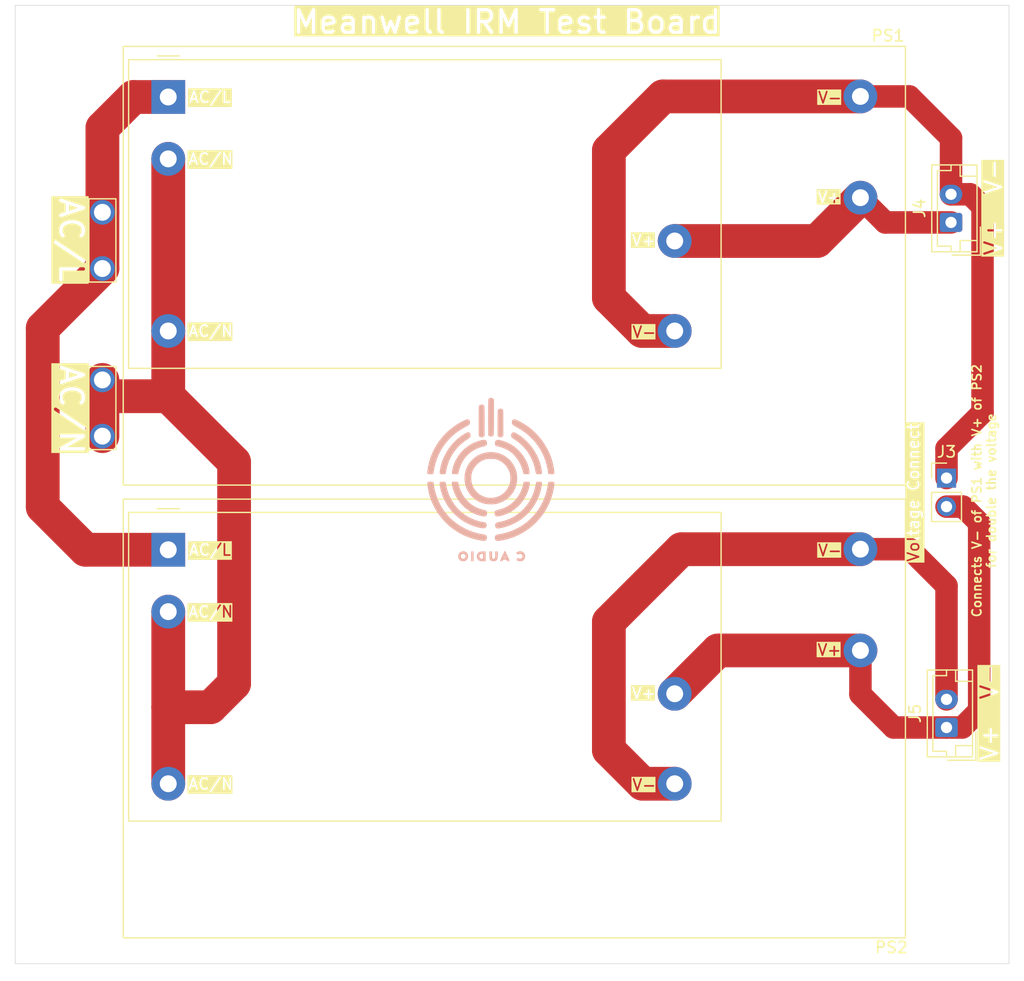
<source format=kicad_pcb>
(kicad_pcb (version 20241229) (generator "pcbnew") (generator_version "9.0")
  (layers (0 "F.Cu" signal) (2 "B.Cu" signal) (13 "F.Paste" user) (15 "B.Paste" user) (5 "F.SilkS" user "F.Silkscreen") (7 "B.SilkS" user "B.Silkscreen") (1 "F.Mask" user) (3 "B.Mask" user) (25 "Edge.Cuts" user))
  (net 0 "")
  (net 1 "Net-(J1-Pin_1)")
  (net 2 "Net-(J2-Pin_1)")
  (net 3 "Net-(J3-Pin_2)")
  (net 4 "Net-(J3-Pin_1)")
  (net 5 "Net-(J4-Pin_1)")
  (net 6 "Net-(J5-Pin_2)")
  (footprint "_lib:IRM Kombi" (layer "F.Cu") (at 135.65 64.6)
    (property "Reference" "PS1" (at 41.45 -16 0) (layer "F.SilkS"))
    (property "Value" "IRM-20-15")
    (fp_line (start -26.02 -13.87) (end -26.02 13.57) (stroke (width 0.12)) (layer "F.SilkS"))
    (fp_line (start -26.02 -13.87) (end 26.62 -13.87) (stroke (width 0.12)) (layer "F.SilkS"))
    (fp_line (start -26.02 13.57) (end 26.62 13.57) (stroke (width 0.12)) (layer "F.SilkS"))
    (fp_line (start -21.5 -14.2) (end -23.5 -14.2) (stroke (width 0.12)) (layer "F.SilkS"))
    (fp_line (start 26.62 -13.87) (end 26.62 13.57) (stroke (width 0.12)) (layer "F.SilkS"))
    (fp_rect (start -26.5 -15.05) (end 43 23.95) (stroke (width 0.12)) (fill no) (layer "F.SilkS"))
    (fp_text user "V+" (at 18.6 2.8 0) (layer "F.SilkS" knockout) (effects (justify left bottom)))
    (fp_text user "AC/N" (at -20.8 10.85 0) (layer "F.SilkS" knockout) (effects (justify left bottom)))
    (fp_text user "V-" (at 18.65 10.95 0) (layer "F.SilkS" knockout) (effects (justify left bottom)))
    (fp_text user "V+" (at 35.1 -1.05 0) (layer "F.SilkS" knockout) (effects (justify left bottom)))
    (fp_text user "AC/L" (at -20.75 -9.95 0) (layer "F.SilkS" knockout) (effects (justify left bottom)))
    (fp_text user "AC/N" (at -20.8 -4.45 0) (layer "F.SilkS" knockout) (effects (justify left bottom)))
    (fp_text user "V-" (at 35.15 -9.9 0) (layer "F.SilkS" knockout) (effects (justify left bottom)))
    (pad "1" thru_hole rect (at -22.5 -10.55) (size 3 3) (drill 1.5) (layers "*.Cu" "*.Mask") (net 1 "Net-(J1-Pin_1)"))
    (pad "2" thru_hole circle (at -22.5 -5.05) (size 3 3) (drill 1.5) (layers "*.Cu" "*.Mask") (net 2 "Net-(J2-Pin_1)"))
    (pad "2" thru_hole circle (at -22.5 10.25) (size 3 3) (drill 1.5) (layers "*.Cu" "*.Mask") (net 2 "Net-(J2-Pin_1)"))
    (pad "3" thru_hole circle (at 22.5 10.25) (size 3 3) (drill 1.5) (layers "*.Cu" "*.Mask") (net 4 "Net-(J3-Pin_1)"))
    (pad "3" thru_hole circle (at 39 -10.6) (size 3 3) (drill 1.5) (layers "*.Cu" "*.Mask") (net 4 "Net-(J3-Pin_1)"))
    (pad "4" thru_hole circle (at 22.5 2.25) (size 3 3) (drill 1.5) (layers "*.Cu" "*.Mask") (net 5 "Net-(J4-Pin_1)"))
    (pad "4" thru_hole circle (at 39 -1.6) (size 3 3) (drill 1.5) (layers "*.Cu" "*.Mask") (net 5 "Net-(J4-Pin_1)"))
  )
  (footprint "_lib:VT FS-P 4,75" (layer "F.Cu") (at 107.3 67 90)
    (property "Reference" "J1" (hide yes))
    (property "Value" "AC/L")
    (fp_rect (start -3.5 -1.2) (end 3.9 1.2) (stroke (width 0.12)) (fill no) (layer "F.SilkS"))
    (pad "1" thru_hole circle (at -2.3 0 90) (size 2.2 2.2) (drill 1.5) (layers "*.Cu" "*.Mask") (net 1 "Net-(J1-Pin_1)"))
    (pad "1" thru_hole circle (at 2.7 0 90) (size 2.2 2.2) (drill 1.5) (layers "*.Cu" "*.Mask") (net 1 "Net-(J1-Pin_1)"))
  )
  (footprint "Connector_PinHeader_2.54mm:PinHeader_1x02_P2.54mm_Vertical" (layer "F.Cu") (at 182.3 87.925)
    (property "Reference" "J3" (at 0 -2.33 0) (layer "F.SilkS"))
    (property "Value" "V-Combine")
    (fp_line (start -1.33 -1.33) (end 0 -1.33) (stroke (width 0.12)) (layer "F.SilkS"))
    (fp_line (start -1.33 0) (end -1.33 -1.33) (stroke (width 0.12)) (layer "F.SilkS"))
    (fp_line (start -1.33 1.27) (end -1.33 3.87) (stroke (width 0.12)) (layer "F.SilkS"))
    (fp_line (start -1.33 1.27) (end 1.33 1.27) (stroke (width 0.12)) (layer "F.SilkS"))
    (fp_line (start -1.33 3.87) (end 1.33 3.87) (stroke (width 0.12)) (layer "F.SilkS"))
    (fp_line (start 1.33 1.27) (end 1.33 3.87) (stroke (width 0.12)) (layer "F.SilkS"))
    (pad "1" thru_hole rect (at 0 0) (size 1.7 1.7) (drill 1) (layers "*.Cu" "*.Mask") (net 4 "Net-(J3-Pin_1)"))
    (pad "2" thru_hole oval (at 0 2.54) (size 1.7 1.7) (drill 1) (layers "*.Cu" "*.Mask") (net 3 "Net-(J3-Pin_2)"))
  )
  (footprint "_lib:IRM Kombi" (layer "F.Cu") (at 135.65 104.85)
    (property "Reference" "PS2" (at 41.75 24.8 0) (layer "F.SilkS"))
    (property "Value" "IRM-20-15")
    (fp_line (start -26.02 -13.87) (end -26.02 13.57) (stroke (width 0.12)) (layer "F.SilkS"))
    (fp_line (start -26.02 -13.87) (end 26.62 -13.87) (stroke (width 0.12)) (layer "F.SilkS"))
    (fp_line (start -26.02 13.57) (end 26.62 13.57) (stroke (width 0.12)) (layer "F.SilkS"))
    (fp_line (start -21.5 -14.2) (end -23.5 -14.2) (stroke (width 0.12)) (layer "F.SilkS"))
    (fp_line (start 26.62 -13.87) (end 26.62 13.57) (stroke (width 0.12)) (layer "F.SilkS"))
    (fp_rect (start -26.5 -15.05) (end 43 23.95) (stroke (width 0.12)) (fill no) (layer "F.SilkS"))
    (fp_text user "V-" (at 35.15 -9.9 0) (layer "F.SilkS" knockout) (effects (justify left bottom)))
    (fp_text user "V-" (at 18.65 10.95 0) (layer "F.SilkS" knockout) (effects (justify left bottom)))
    (fp_text user "V+" (at 18.6 2.8 0) (layer "F.SilkS" knockout) (effects (justify left bottom)))
    (fp_text user "V+" (at 35.1 -1.05 0) (layer "F.SilkS" knockout) (effects (justify left bottom)))
    (fp_text user "AC/N" (at -20.8 -4.45 0) (layer "F.SilkS" knockout) (effects (justify left bottom)))
    (fp_text user "AC/N" (at -20.8 10.85 0) (layer "F.SilkS" knockout) (effects (justify left bottom)))
    (fp_text user "AC/L" (at -20.75 -9.95 0) (layer "F.SilkS" knockout) (effects (justify left bottom)))
    (pad "1" thru_hole rect (at -22.5 -10.55) (size 3 3) (drill 1.5) (layers "*.Cu" "*.Mask") (net 1 "Net-(J1-Pin_1)"))
    (pad "2" thru_hole circle (at -22.5 -5.05) (size 3 3) (drill 1.5) (layers "*.Cu" "*.Mask") (net 2 "Net-(J2-Pin_1)"))
    (pad "2" thru_hole circle (at -22.5 10.25) (size 3 3) (drill 1.5) (layers "*.Cu" "*.Mask") (net 2 "Net-(J2-Pin_1)"))
    (pad "3" thru_hole circle (at 22.5 10.25) (size 3 3) (drill 1.5) (layers "*.Cu" "*.Mask") (net 6 "Net-(J5-Pin_2)"))
    (pad "3" thru_hole circle (at 39 -10.6) (size 3 3) (drill 1.5) (layers "*.Cu" "*.Mask") (net 6 "Net-(J5-Pin_2)"))
    (pad "4" thru_hole circle (at 22.5 2.25) (size 3 3) (drill 1.5) (layers "*.Cu" "*.Mask") (net 3 "Net-(J3-Pin_2)"))
    (pad "4" thru_hole circle (at 39 -1.6) (size 3 3) (drill 1.5) (layers "*.Cu" "*.Mask") (net 3 "Net-(J3-Pin_2)"))
  )
  (footprint "MountingHole:MountingHole_3.5mm" (layer "F.Cu") (at 184.05 49.7)
    (property "Reference" "H2" (hide yes))
    (property "Value" "MountingHole")
    (pad "" np_thru_hole circle (at 0 0) (size 3.5 3.5) (drill 3.5) (layers "*.Cu" "*.Mask"))
  )
  (footprint "MountingHole:MountingHole_3.5mm" (layer "F.Cu") (at 103.35 127.3)
    (property "Reference" "H4" (hide yes))
    (property "Value" "MountingHole")
    (pad "" np_thru_hole circle (at 0 0) (size 3.5 3.5) (drill 3.5) (layers "*.Cu" "*.Mask"))
  )
  (footprint "Connector_JST:JST_EH_B2B-EH-A_1x02_P2.50mm_Vertical" (layer "F.Cu") (at 182.3 110.1 90)
    (property "Reference" "J5" (at 1.25 -2.8 270) (layer "F.SilkS"))
    (property "Value" "V2")
    (fp_line (start 5.11 -1.71) (end -2.61 -1.71) (stroke (width 0.12)) (layer "F.SilkS"))
    (fp_line (start -2.61 -1.71) (end -2.61 2.31) (stroke (width 0.12)) (layer "F.SilkS"))
    (fp_line (start 4.61 -1.21) (end 4.61 0) (stroke (width 0.12)) (layer "F.SilkS"))
    (fp_line (start -2.11 -1.21) (end 4.61 -1.21) (stroke (width 0.12)) (layer "F.SilkS"))
    (fp_line (start 4.61 0) (end 5.11 0) (stroke (width 0.12)) (layer "F.SilkS"))
    (fp_line (start -2.11 0) (end -2.11 -1.21) (stroke (width 0.12)) (layer "F.SilkS"))
    (fp_line (start -2.61 0) (end -2.11 0) (stroke (width 0.12)) (layer "F.SilkS"))
    (fp_line (start -2.91 0.11) (end -2.91 2.61) (stroke (width 0.12)) (layer "F.SilkS"))
    (fp_line (start 5.11 0.81) (end 4.11 0.81) (stroke (width 0.12)) (layer "F.SilkS"))
    (fp_line (start 4.11 0.81) (end 4.11 2.31) (stroke (width 0.12)) (layer "F.SilkS"))
    (fp_line (start -1.61 0.81) (end -1.61 2.31) (stroke (width 0.12)) (layer "F.SilkS"))
    (fp_line (start -2.61 0.81) (end -1.61 0.81) (stroke (width 0.12)) (layer "F.SilkS"))
    (fp_line (start 5.11 2.31) (end 5.11 -1.71) (stroke (width 0.12)) (layer "F.SilkS"))
    (fp_line (start -2.61 2.31) (end 5.11 2.31) (stroke (width 0.12)) (layer "F.SilkS"))
    (fp_line (start -2.91 2.61) (end -0.41 2.61) (stroke (width 0.12)) (layer "F.SilkS"))
    (pad "1" thru_hole roundrect (at 0 0 90) (size 1.7 2) (drill 1) (layers "*.Cu" "*.Mask") (roundrect_rratio 0.147059) (net 3 "Net-(J3-Pin_2)"))
    (pad "2" thru_hole oval (at 2.5 0 90) (size 1.7 2) (drill 1) (layers "*.Cu" "*.Mask") (net 6 "Net-(J5-Pin_2)"))
  )
  (footprint "Connector_JST:JST_EH_B2B-EH-A_1x02_P2.50mm_Vertical" (layer "F.Cu") (at 182.7 65.2 90)
    (property "Reference" "J4" (at 1.25 -2.8 270) (layer "F.SilkS"))
    (property "Value" "V1")
    (fp_line (start 5.11 -1.71) (end -2.61 -1.71) (stroke (width 0.12)) (layer "F.SilkS"))
    (fp_line (start -2.61 -1.71) (end -2.61 2.31) (stroke (width 0.12)) (layer "F.SilkS"))
    (fp_line (start 4.61 -1.21) (end 4.61 0) (stroke (width 0.12)) (layer "F.SilkS"))
    (fp_line (start -2.11 -1.21) (end 4.61 -1.21) (stroke (width 0.12)) (layer "F.SilkS"))
    (fp_line (start 4.61 0) (end 5.11 0) (stroke (width 0.12)) (layer "F.SilkS"))
    (fp_line (start -2.11 0) (end -2.11 -1.21) (stroke (width 0.12)) (layer "F.SilkS"))
    (fp_line (start -2.61 0) (end -2.11 0) (stroke (width 0.12)) (layer "F.SilkS"))
    (fp_line (start -2.91 0.11) (end -2.91 2.61) (stroke (width 0.12)) (layer "F.SilkS"))
    (fp_line (start 5.11 0.81) (end 4.11 0.81) (stroke (width 0.12)) (layer "F.SilkS"))
    (fp_line (start 4.11 0.81) (end 4.11 2.31) (stroke (width 0.12)) (layer "F.SilkS"))
    (fp_line (start -1.61 0.81) (end -1.61 2.31) (stroke (width 0.12)) (layer "F.SilkS"))
    (fp_line (start -2.61 0.81) (end -1.61 0.81) (stroke (width 0.12)) (layer "F.SilkS"))
    (fp_line (start 5.11 2.31) (end 5.11 -1.71) (stroke (width 0.12)) (layer "F.SilkS"))
    (fp_line (start -2.61 2.31) (end 5.11 2.31) (stroke (width 0.12)) (layer "F.SilkS"))
    (fp_line (start -2.91 2.61) (end -0.41 2.61) (stroke (width 0.12)) (layer "F.SilkS"))
    (pad "1" thru_hole roundrect (at 0 0 90) (size 1.7 2) (drill 1) (layers "*.Cu" "*.Mask") (roundrect_rratio 0.147059) (net 5 "Net-(J4-Pin_1)"))
    (pad "2" thru_hole oval (at 2.5 0 90) (size 1.7 2) (drill 1) (layers "*.Cu" "*.Mask") (net 4 "Net-(J3-Pin_1)"))
  )
  (footprint "MountingHole:MountingHole_3.5mm" (layer "F.Cu") (at 103.35 49.7)
    (property "Reference" "H1" (hide yes))
    (property "Value" "MountingHole")
    (pad "" np_thru_hole circle (at 0 0) (size 3.5 3.5) (drill 3.5) (layers "*.Cu" "*.Mask"))
  )
  (footprint "_lib:VT FS-P 4,75" (layer "F.Cu") (at 107.3 81.9 90)
    (property "Reference" "J2" (hide yes))
    (property "Value" "AC/N")
    (fp_rect (start -3.5 -1.2) (end 3.9 1.2) (stroke (width 0.12)) (fill no) (layer "F.SilkS"))
    (pad "1" thru_hole circle (at -2.3 0 90) (size 2.2 2.2) (drill 1.5) (layers "*.Cu" "*.Mask") (net 2 "Net-(J2-Pin_1)"))
    (pad "1" thru_hole circle (at 2.7 0 90) (size 2.2 2.2) (drill 1.5) (layers "*.Cu" "*.Mask") (net 2 "Net-(J2-Pin_1)"))
  )
  (footprint "MountingHole:MountingHole_3.5mm" (layer "F.Cu") (at 184.05 127.3)
    (property "Reference" "H3" (hide yes))
    (property "Value" "MountingHole")
    (pad "" np_thru_hole circle (at 0 0) (size 3.5 3.5) (drill 3.5) (layers "*.Cu" "*.Mask"))
  )
  (footprint "Custom Logos:C Audio Logo 25mm" (layer "B.Cu") (at 141.75 87.95 180)
    (property "Reference" "G***" (hide yes))
    (property "Value" "LOGO" (hide yes))
    (fp_poly (pts (xy 1.685192 -6.936154) (xy 1.685192 -7.375769) (xy 1.575288 -7.375769) (xy 1.465385 -7.375769) (xy 1.465385 -6.936154) (xy 1.465385 -6.496538) (xy 1.575288 -6.496538) (xy 1.685192 -6.496538)) (fill yes) (layer "B.SilkS"))
    (fp_poly (pts (xy 0.661414 -6.500688) (xy 0.778895 -6.505247) (xy 0.859702 -6.512016) (xy 0.916003 -6.523724) (xy 0.959968 -6.543099) (xy 1.003766 -6.572869) (xy 1.012345 -6.57937) (xy 1.108366 -6.679446) (xy 1.167324 -6.798149) (xy 1.189769 -6.92598) (xy 1.176252 -7.053442) (xy 1.127321 -7.171039) (xy 1.043526 -7.269271) (xy 0.969555 -7.318798) (xy 0.887209 -7.345094) (xy 0.757099 -7.3632) (xy 0.642829 -7.370743) (xy 0.394216 -7.382019) (xy 0.398598 -6.937323) (xy 0.400776 -6.716346) (xy 0.635 -6.716346) (xy 0.635 -6.936154) (xy 0.635 -7.155961) (xy 0.710607 -7.155961) (xy 0.787351 -7.142991) (xy 0.856448 -7.114473) (xy 0.929548 -7.046506) (xy 0.960141 -6.958717) (xy 0.945446 -6.859708) (xy 0.941812 -6.850554) (xy 0.890927 -6.770519) (xy 0.81622 -6.727666) (xy 0.722086 -6.716346) (xy 0.635 -6.716346) (xy 0.400776 -6.716346) (xy 0.402981 -6.492626)) (fill yes) (layer "B.SilkS"))
    (fp_poly (pts (xy -0.8459 6.190675) (xy -0.785081 6.168659) (xy -0.756737 6.153035) (xy -0.733011 6.135205) (xy -0.713493 6.110967) (xy -0.697772 6.076115) (xy -0.685438 6.026448) (xy -0.676079 5.957762) (xy -0.669285 5.865854) (xy -0.664646 5.746519) (xy -0.661751 5.595555) (xy -0.66019 5.408759) (xy -0.659551 5.181927) (xy -0.659424 4.910855) (xy -0.659423 4.882356) (xy -0.659423 3.758934) (xy -0.719371 3.698986) (xy -0.769603 3.660404) (xy -0.831366 3.642637) (xy -0.904423 3.639039) (xy -0.987695 3.64393) (xy -1.044726 3.663954) (xy -1.097601 3.707134) (xy -1.100917 3.710429) (xy -1.172308 3.78182) (xy -1.172308 4.917374) (xy -1.17199 5.149339) (xy -1.171079 5.367058) (xy -1.16964 5.565511) (xy -1.167738 5.739677) (xy -1.165437 5.884537) (xy -1.162803 5.995069) (xy -1.1599 6.066254) (xy -1.157137 6.092464) (xy -1.112273 6.147179) (xy -1.035649 6.183792) (xy -0.94196 6.199294)) (fill yes) (layer "B.SilkS"))
    (fp_poly (pts (xy 0.848325 6.546866) (xy 0.940803 6.494287) (xy 0.951187 6.48455) (xy 1.013558 6.4222) (xy 1.020978 5.171052) (xy 1.022133 4.925697) (xy 1.022651 4.693081) (xy 1.022563 4.47818) (xy 1.021895 4.28597) (xy 1.020677 4.121428) (xy 1.018938 3.98953) (xy 1.016707 3.895252) (xy 1.014012 3.843571) (xy 1.013253 3.8378) (xy 0.97485 3.736299) (xy 0.903549 3.670794) (xy 0.799046 3.641048) (xy 0.756347 3.639039) (xy 0.673074 3.64393) (xy 0.616043 3.663954) (xy 0.563168 3.707134) (xy 0.559852 3.710429) (xy 0.488461 3.78182) (xy 0.488461 5.079334) (xy 0.488492 5.376382) (xy 0.488842 5.628458) (xy 0.489896 5.839433) (xy 0.492039 6.013182) (xy 0.495657 6.153578) (xy 0.501134 6.264493) (xy 0.508857 6.349802) (xy 0.51921 6.413377) (xy 0.532578 6.459091) (xy 0.549347 6.490817) (xy 0.569902 6.512429) (xy 0.594628 6.527801) (xy 0.623911 6.540804) (xy 0.634252 6.545075) (xy 0.739635 6.565037)) (fill yes) (layer "B.SilkS"))
    (fp_poly (pts (xy 0.069009 -6.832356) (xy 0.063275 -6.989409) (xy 0.052617 -7.105894) (xy 0.034064 -7.190047) (xy 0.004641 -7.250109) (xy -0.038624 -7.294316) (xy -0.098704 -7.330908) (xy -0.113595 -7.338327) (xy -0.195147 -7.362379) (xy -0.299081 -7.373052) (xy -0.402005 -7.369434) (xy -0.47625 -7.352469) (xy -0.548681 -7.303264) (xy -0.615955 -7.225747) (xy -0.657796 -7.148266) (xy -0.668131 -7.096931) (xy -0.676525 -7.009438) (xy -0.682063 -6.898463) (xy -0.683846 -6.788025) (xy -0.683846 -6.496538) (xy -0.567837 -6.496651) (xy -0.451827 -6.496763) (xy -0.451827 -6.774953) (xy -0.450772 -6.899515) (xy -0.446672 -6.985181) (xy -0.438128 -7.041871) (xy -0.423738 -7.079507) (xy -0.405301 -7.104552) (xy -0.339456 -7.147712) (xy -0.266838 -7.150419) (xy -0.209341 -7.117582) (xy -0.19219 -7.090481) (xy -0.180786 -7.044247) (xy -0.174144 -6.970433) (xy -0.171283 -6.860589) (xy -0.170962 -6.787871) (xy -0.170962 -6.496538) (xy -0.047 -6.496538) (xy 0.076961 -6.496538)) (fill yes) (layer "B.SilkS"))
    (fp_poly (pts (xy 0.024191 7.141883) (xy 0.111209 7.100056) (xy 0.147997 7.055545) (xy 0.154381 7.030856) (xy 0.15994 6.980842) (xy 0.164692 6.903436) (xy 0.168659 6.796572) (xy 0.171862 6.658183) (xy 0.174321 6.486203) (xy 0.176056 6.278564) (xy 0.177089 6.033201) (xy 0.177439 5.748048) (xy 0.177128 5.421036) (xy 0.176176 5.050101) (xy 0.174603 4.633175) (xy 0.173847 4.462207) (xy 0.170961 3.832203) (xy 0.111014 3.772255) (xy 0.037914 3.729106) (xy -0.057832 3.710405) (xy -0.156028 3.717135) (xy -0.23648 3.750277) (xy -0.242731 3.755048) (xy -0.282582 3.806591) (xy -0.313888 3.879522) (xy -0.318123 3.895481) (xy -0.322213 3.937223) (xy -0.326074 4.023399) (xy -0.329642 4.149596) (xy -0.332855 4.311403) (xy -0.335647 4.504406) (xy -0.337955 4.724193) (xy -0.339715 4.966352) (xy -0.340865 5.226471) (xy -0.341339 5.500138) (xy -0.341341 5.503177) (xy -0.341923 7.013181) (xy -0.270533 7.084571) (xy -0.203085 7.136575) (xy -0.127644 7.155175) (xy -0.101161 7.155962)) (fill yes) (layer "B.SilkS"))
    (fp_poly (pts (xy -0.611075 3.427224) (xy -0.567446 3.414243) (xy -0.490069 3.351596) (xy -0.440041 3.254375) (xy -0.42085 3.130628) (xy -0.422291 3.079356) (xy -0.441187 2.974395) (xy -0.484802 2.905331) (xy -0.561522 2.863167) (xy -0.641175 2.844546) (xy -0.874923 2.790498) (xy -1.125163 2.70578) (xy -1.376524 2.596748) (xy -1.613638 2.469757) (xy -1.737198 2.391316) (xy -1.987793 2.193594) (xy -2.219949 1.955703) (xy -2.429189 1.684279) (xy -2.611037 1.38596) (xy -2.761019 1.067384) (xy -2.874659 0.735189) (xy -2.888488 0.683846) (xy -2.967763 0.378558) (xy -3.218198 0.371595) (xy -3.468634 0.364631) (xy -3.495327 0.432652) (xy -3.508302 0.512255) (xy -3.502396 0.627569) (xy -3.479762 0.770219) (xy -3.442557 0.931833) (xy -3.392936 1.104037) (xy -3.333054 1.278459) (xy -3.265066 1.446724) (xy -3.198158 1.587078) (xy -2.984906 1.948221) (xy -2.739265 2.275713) (xy -2.46349 2.567624) (xy -2.159838 2.822021) (xy -1.830564 3.036975) (xy -1.477923 3.210554) (xy -1.173546 3.320463) (xy -0.97599 3.377049) (xy -0.818871 3.413321) (xy -0.698472 3.429854)) (fill yes) (layer "B.SilkS"))
    (fp_poly (pts (xy -2.539177 -6.492347) (xy -2.41468 -6.543911) (xy -2.392499 -6.558263) (xy -2.292961 -6.627243) (xy -2.377309 -6.711591) (xy -2.429259 -6.761002) (xy -2.462641 -6.779855) (xy -2.492607 -6.772931) (xy -2.518474 -6.756142) (xy -2.594875 -6.725362) (xy -2.689123 -6.716722) (xy -2.770925 -6.731517) (xy -2.816102 -6.769861) (xy -2.855409 -6.837652) (xy -2.879028 -6.915652) (xy -2.881923 -6.949031) (xy -2.860661 -7.020239) (xy -2.806916 -7.088124) (xy -2.73575 -7.138165) (xy -2.667288 -7.155961) (xy -2.594975 -7.140567) (xy -2.534776 -7.108248) (xy -2.474118 -7.060534) (xy -2.394409 -7.142772) (xy -2.350621 -7.196477) (xy -2.330157 -7.239225) (xy -2.331315 -7.251892) (xy -2.386482 -7.301393) (xy -2.475654 -7.339888) (xy -2.584718 -7.364788) (xy -2.699564 -7.373506) (xy -2.806082 -7.363454) (xy -2.8575 -7.348397) (xy -2.961399 -7.282392) (xy -3.042526 -7.182378) (xy -3.095514 -7.059985) (xy -3.114997 -6.926846) (xy -3.102252 -6.817994) (xy -3.071312 -6.729623) (xy -3.028791 -6.647221) (xy -3.014834 -6.62694) (xy -2.923435 -6.544831) (xy -2.805637 -6.494141) (xy -2.673524 -6.476201)) (fill yes) (layer "B.SilkS"))
    (fp_poly (pts (xy 2.577645 -6.518022) (xy 2.696961 -6.595546) (xy 2.78208 -6.698458) (xy 2.832611 -6.817982) (xy 2.848168 -6.945347) (xy 2.82836 -7.071778) (xy 2.772799 -7.188501) (xy 2.681096 -7.286743) (xy 2.61365 -7.330502) (xy 2.507417 -7.365125) (xy 2.381315 -7.374367) (xy 2.257119 -7.358378) (xy 2.173654 -7.327461) (xy 2.071812 -7.246622) (xy 2.00032 -7.137121) (xy 1.960981 -7.009931) (xy 1.958016 -6.936154) (xy 2.173654 -6.936154) (xy 2.190024 -7.002885) (xy 2.230906 -7.073427) (xy 2.236882 -7.080818) (xy 2.314766 -7.142889) (xy 2.400813 -7.158061) (xy 2.489489 -7.126322) (xy 2.544936 -7.081513) (xy 2.592394 -7.026975) (xy 2.609875 -6.977266) (xy 2.605998 -6.907279) (xy 2.605654 -6.904696) (xy 2.574246 -6.805026) (xy 2.511382 -6.742688) (xy 2.41641 -6.717104) (xy 2.392927 -6.716346) (xy 2.318636 -6.726316) (xy 2.26166 -6.764312) (xy 2.236882 -6.791489) (xy 2.193886 -6.860588) (xy 2.173916 -6.929271) (xy 2.173654 -6.936154) (xy 1.958016 -6.936154) (xy 1.955599 -6.876027) (xy 1.985979 -6.746383) (xy 2.053924 -6.631974) (xy 2.058467 -6.626705) (xy 2.171484 -6.531092) (xy 2.300033 -6.480807) (xy 2.43896 -6.47693)) (fill yes) (layer "B.SilkS"))
    (fp_poly (pts (xy 2.020833 4.086467) (xy 2.136148 4.039262) (xy 2.274186 3.965402) (xy 2.429037 3.868828) (xy 2.594791 3.75348) (xy 2.765538 3.623296) (xy 2.935366 3.482217) (xy 3.098365 3.334183) (xy 3.122694 3.310814) (xy 3.420306 2.99212) (xy 3.688297 2.643092) (xy 3.923489 2.269916) (xy 4.122703 1.878776) (xy 4.28276 1.475859) (xy 4.400482 1.067349) (xy 4.468678 0.691776) (xy 4.483891 0.561055) (xy 4.486046 0.471058) (xy 4.469223 0.41419) (xy 4.427503 0.382853) (xy 4.354967 0.369451) (xy 4.245696 0.366387) (xy 4.215112 0.366346) (xy 4.083275 0.369831) (xy 3.999 0.380347) (xy 3.962326 0.396875) (xy 3.94671 0.434712) (xy 3.928207 0.506412) (xy 3.910491 0.597434) (xy 3.908333 0.610577) (xy 3.813477 1.054473) (xy 3.675134 1.476463) (xy 3.493942 1.87559) (xy 3.270541 2.250895) (xy 3.005568 2.60142) (xy 2.699664 2.926206) (xy 2.353467 3.224295) (xy 1.998347 3.475149) (xy 1.9064 3.537213) (xy 1.828962 3.595079) (xy 1.776307 3.640763) (xy 1.760222 3.660171) (xy 1.744671 3.713207) (xy 1.73529 3.791465) (xy 1.734038 3.830944) (xy 1.750487 3.942759) (xy 1.795729 4.030873) (xy 1.863609 4.086913) (xy 1.934153 4.103077)) (fill yes) (layer "B.SilkS"))
    (fp_poly (pts (xy 0.601139 3.428097) (xy 0.735161 3.404174) (xy 0.89037 3.365652) (xy 1.05913 3.314676) (xy 1.233809 3.25339) (xy 1.406772 3.183936) (xy 1.570386 3.108457) (xy 1.596665 3.09521) (xy 1.940559 2.89234) (xy 2.255753 2.650422) (xy 2.540778 2.37096) (xy 2.794168 2.055458) (xy 3.014453 1.705418) (xy 3.085865 1.570252) (xy 3.15933 1.411189) (xy 3.225772 1.242363) (xy 3.283493 1.070909) (xy 3.330795 0.903961) (xy 3.365978 0.748654) (xy 3.387345 0.612123) (xy 3.393197 0.501503) (xy 3.381835 0.423928) (xy 3.3655 0.395654) (xy 3.328937 0.382345) (xy 3.258356 0.37291) (xy 3.166771 0.367438) (xy 3.067197 0.366022) (xy 2.972649 0.368751) (xy 2.896142 0.375716) (xy 2.85069 0.387009) (xy 2.844515 0.392021) (xy 2.832661 0.424788) (xy 2.812344 0.494594) (xy 2.786478 0.590973) (xy 2.759796 0.696105) (xy 2.645402 1.063151) (xy 2.491498 1.402989) (xy 2.300088 1.713621) (xy 2.073178 1.99305) (xy 1.81277 2.239282) (xy 1.520871 2.450319) (xy 1.199484 2.624164) (xy 0.850614 2.758822) (xy 0.626873 2.820463) (xy 0.49131 2.855727) (xy 0.396538 2.89074) (xy 0.334929 2.931709) (xy 0.298857 2.98484) (xy 0.280695 3.05634) (xy 0.27553 3.106385) (xy 0.284164 3.233385) (xy 0.327618 3.337321) (xy 0.402056 3.410175) (xy 0.427189 3.423577) (xy 0.495937 3.435279)) (fill yes) (layer "B.SilkS"))
    (fp_poly (pts (xy -1.22921 -6.583952) (xy -1.179307 -6.683283) (xy -1.123339 -6.798745) (xy -1.065217 -6.921768) (xy -1.008854 -7.043784) (xy -0.958162 -7.156224) (xy -0.917053 -7.25052) (xy -0.889439 -7.318102) (xy -0.879232 -7.350403) (xy -0.879231 -7.350512) (xy -0.901074 -7.365502) (xy -0.956404 -7.374554) (xy -0.990405 -7.375769) (xy -1.060452 -7.372574) (xy -1.098312 -7.357079) (xy -1.120522 -7.320422) (xy -1.127121 -7.3025) (xy -1.144298 -7.261766) (xy -1.168613 -7.239856) (xy -1.213712 -7.230952) (xy -1.293242 -7.229232) (xy -1.298934 -7.229231) (xy -1.380888 -7.230771) (xy -1.427845 -7.239277) (xy -1.453639 -7.260578) (xy -1.472105 -7.300502) (xy -1.472861 -7.3025) (xy -1.494299 -7.347109) (xy -1.524992 -7.368653) (xy -1.581192 -7.37538) (xy -1.617278 -7.375769) (xy -1.694731 -7.370698) (xy -1.730195 -7.354351) (xy -1.734039 -7.342173) (xy -1.728061 -7.311733) (xy -1.70895 -7.257891) (xy -1.674943 -7.176604) (xy -1.624274 -7.063828) (xy -1.592308 -6.995214) (xy -1.333671 -6.995214) (xy -1.331403 -7.027867) (xy -1.309248 -7.033846) (xy -1.276541 -7.013552) (xy -1.27 -6.986441) (xy -1.281215 -6.939687) (xy -1.294423 -6.923942) (xy -1.316978 -6.92474) (xy -1.318846 -6.932715) (xy -1.32696 -6.975123) (xy -1.333671 -6.995214) (xy -1.592308 -6.995214) (xy -1.55518 -6.91552) (xy -1.465895 -6.727638) (xy -1.465584 -6.726989) (xy -1.316326 -6.414923)) (fill yes) (layer "B.SilkS"))
    (fp_poly (pts (xy -2.0557 4.095578) (xy -2.001086 4.072767) (xy -1.95183 4.035121) (xy -1.895155 3.968606) (xy -1.867655 3.887226) (xy -1.863244 3.855995) (xy -1.860394 3.772268) (xy -1.876284 3.700964) (xy -1.91633 3.634729) (xy -1.985953 3.566206) (xy -2.090569 3.488039) (xy -2.17637 3.430865) (xy -2.388501 3.287479) (xy -2.570596 3.150384) (xy -2.737744 3.00717) (xy -2.905035 2.845429) (xy -2.970938 2.777413) (xy -3.252331 2.447705) (xy -3.494211 2.089763) (xy -3.695883 1.705) (xy -3.856649 1.294832) (xy -3.975815 0.860675) (xy -4.017104 0.649607) (xy -4.036695 0.548861) (xy -4.057289 0.464722) (xy -4.075512 0.410257) (xy -4.081734 0.39927) (xy -4.115731 0.381649) (xy -4.185934 0.370978) (xy -4.297757 0.366559) (xy -4.337227 0.366346) (xy -4.445753 0.367403) (xy -4.515721 0.371897) (xy -4.557397 0.381818) (xy -4.581048 0.399155) (xy -4.591782 0.415646) (xy -4.603804 0.473936) (xy -4.601921 0.570838) (xy -4.587657 0.69862) (xy -4.562539 0.849549) (xy -4.528092 1.015894) (xy -4.485842 1.189921) (xy -4.437315 1.363899) (xy -4.384035 1.530096) (xy -4.357055 1.605281) (xy -4.172605 2.031045) (xy -3.945831 2.437267) (xy -3.680163 2.819633) (xy -3.37903 3.173827) (xy -3.04586 3.495535) (xy -2.684083 3.780441) (xy -2.562752 3.863187) (xy -2.409025 3.961802) (xy -2.287792 4.032565) (xy -2.192717 4.07726) (xy -2.117465 4.09767)) (fill yes) (layer "B.SilkS"))
    (fp_poly (pts (xy 3.391182 -0.376715) (xy 3.401798 -0.478103) (xy 3.38994 -0.614566) (xy 3.357499 -0.778846) (xy 3.306367 -0.963683) (xy 3.238436 -1.161818) (xy 3.155597 -1.365991) (xy 3.103888 -1.479236) (xy 2.9161 -1.821123) (xy 2.689958 -2.141824) (xy 2.430594 -2.436034) (xy 2.143143 -2.69845) (xy 1.832736 -2.923766) (xy 1.550865 -3.084059) (xy 1.378095 -3.163339) (xy 1.198025 -3.233628) (xy 1.018074 -3.29312) (xy 0.84566 -3.340004) (xy 0.688198 -3.372473) (xy 0.553107 -3.388718) (xy 0.447803 -3.38693) (xy 0.384663 -3.368428) (xy 0.327267 -3.309643) (xy 0.288024 -3.220192) (xy 0.269196 -3.115597) (xy 0.273049 -3.011381) (xy 0.301846 -2.923067) (xy 0.316485 -2.900972) (xy 0.351784 -2.867669) (xy 0.404913 -2.8413) (xy 0.486901 -2.817532) (xy 0.579033 -2.797802) (xy 0.735872 -2.75847) (xy 0.915916 -2.699989) (xy 1.101039 -2.629244) (xy 1.273117 -2.553122) (xy 1.404327 -2.484259) (xy 1.622302 -2.343314) (xy 1.823948 -2.183339) (xy 2.025882 -1.991127) (xy 2.029999 -1.986903) (xy 2.272362 -1.703464) (xy 2.47394 -1.393366) (xy 2.634053 -1.05783) (xy 2.752025 -0.69808) (xy 2.757641 -0.676177) (xy 2.787143 -0.560385) (xy 2.813606 -0.458393) (xy 2.834041 -0.381597) (xy 2.845132 -0.342415) (xy 2.856014 -0.320212) (xy 2.877876 -0.305871) (xy 2.919967 -0.297699) (xy 2.991535 -0.294) (xy 3.101828 -0.293081) (xy 3.11444 -0.293077) (xy 3.368089 -0.293077)) (fill yes) (layer "B.SilkS"))
    (fp_poly (pts (xy 2.030475 5.24512) (xy 2.1165 5.225441) (xy 2.235223 5.181802) (xy 2.379105 5.117938) (xy 2.540608 5.037582) (xy 2.712193 4.944469) (xy 2.886323 4.842334) (xy 3.040673 4.744674) (xy 3.461474 4.439479) (xy 3.8505 4.099515) (xy 4.205853 3.727813) (xy 4.525638 3.327402) (xy 4.807957 2.901313) (xy 5.050915 2.452575) (xy 5.252613 1.984218) (xy 5.411156 1.499272) (xy 5.524647 1.000766) (xy 5.569227 0.705425) (xy 5.584301 0.571454) (xy 5.587015 0.478431) (xy 5.571474 0.418889) (xy 5.531783 0.385361) (xy 5.462047 0.37038) (xy 5.356373 0.366478) (xy 5.301561 0.366346) (xy 5.188864 0.367472) (xy 5.115695 0.371877) (xy 5.07277 0.381103) (xy 5.050801 0.396691) (xy 5.044068 0.409087) (xy 5.033475 0.450645) (xy 5.018521 0.527875) (xy 5.001554 0.628065) (xy 4.991065 0.696058) (xy 4.894043 1.185836) (xy 4.751382 1.660558) (xy 4.564575 2.117313) (xy 4.335111 2.55319) (xy 4.064482 2.965279) (xy 3.75418 3.350671) (xy 3.48896 3.627582) (xy 3.283043 3.818941) (xy 3.078761 3.990807) (xy 2.866414 4.150049) (xy 2.636298 4.303534) (xy 2.378711 4.458132) (xy 2.093008 4.615876) (xy 1.979949 4.678947) (xy 1.903156 4.729261) (xy 1.854023 4.773363) (xy 1.823945 4.817797) (xy 1.821863 4.822067) (xy 1.785329 4.944923) (xy 1.79091 5.062744) (xy 1.837833 5.165138) (xy 1.84837 5.1785) (xy 1.893186 5.225773) (xy 1.935392 5.246373) (xy 1.996138 5.248035)) (fill yes) (layer "B.SilkS"))
    (fp_poly (pts (xy -2.966158 -0.377773) (xy -2.942388 -0.44689) (xy -2.930951 -0.504182) (xy -2.930769 -0.509368) (xy -2.920824 -0.583547) (xy -2.893453 -0.690999) (xy -2.85235 -0.820953) (xy -2.801213 -0.96264) (xy -2.743735 -1.105288) (xy -2.683612 -1.238127) (xy -2.673976 -1.257788) (xy -2.484529 -1.587935) (xy -2.260839 -1.88334) (xy -2.002138 -2.144838) (xy -1.70766 -2.373258) (xy -1.554651 -2.470636) (xy -1.292324 -2.607711) (xy -1.008388 -2.717183) (xy -0.726621 -2.795554) (xy -0.601454 -2.827715) (xy -0.516235 -2.856484) (xy -0.462532 -2.885193) (xy -0.436903 -2.909942) (xy -0.392329 -3.00623) (xy -0.3819 -3.119289) (xy -0.404449 -3.232141) (xy -0.458806 -3.327811) (xy -0.466256 -3.33611) (xy -0.530992 -3.377312) (xy -0.626318 -3.39324) (xy -0.755643 -3.383885) (xy -0.922374 -3.349237) (xy -0.976923 -3.334811) (xy -1.161601 -3.281321) (xy -1.317616 -3.228699) (xy -1.464415 -3.169369) (xy -1.621445 -3.095752) (xy -1.72607 -3.042907) (xy -2.068883 -2.839421) (xy -2.38318 -2.597007) (xy -2.666971 -2.317753) (xy -2.918268 -2.003746) (xy -3.135081 -1.657075) (xy -3.237054 -1.457167) (xy -3.310892 -1.288522) (xy -3.377431 -1.112743) (xy -3.434695 -0.937532) (xy -3.480704 -0.770588) (xy -3.513479 -0.619612) (xy -3.531043 -0.492307) (xy -3.531417 -0.396371) (xy -3.520784 -0.352855) (xy -3.506008 -0.325739) (xy -3.484884 -0.308374) (xy -3.447502 -0.298592) (xy -3.38395 -0.294225) (xy -3.284318 -0.293104) (xy -3.247547 -0.293077) (xy -3.001546 -0.293077)) (fill yes) (layer "B.SilkS"))
    (fp_poly (pts (xy 5.298344 -0.293077) (xy 5.421672 -0.294446) (xy 5.505414 -0.303678) (xy 5.556003 -0.328455) (xy 5.579875 -0.376463) (xy 5.583462 -0.455385) (xy 5.573198 -0.572905) (xy 5.568503 -0.615725) (xy 5.488464 -1.125577) (xy 5.362749 -1.618598) (xy 5.191008 -2.095742) (xy 4.972895 -2.55796) (xy 4.70806 -3.006206) (xy 4.677272 -3.052885) (xy 4.359806 -3.487194) (xy 4.011844 -3.883598) (xy 3.634558 -4.241322) (xy 3.229122 -4.559591) (xy 2.796709 -4.837631) (xy 2.338493 -5.074667) (xy 1.855648 -5.269924) (xy 1.349347 -5.422628) (xy 0.95698 -5.508387) (xy 0.787149 -5.53836) (xy 0.657454 -5.557297) (xy 0.560476 -5.565327) (xy 0.488797 -5.562577) (xy 0.435 -5.549176) (xy 0.391666 -5.525251) (xy 0.382439 -5.518305) (xy 0.315955 -5.437216) (xy 0.280481 -5.3315) (xy 0.28058 -5.217598) (xy 0.289 -5.181668) (xy 0.316296 -5.110163) (xy 0.354291 -5.058836) (xy 0.4121 -5.022302) (xy 0.498838 -4.995175) (xy 0.623618 -4.97207) (xy 0.650695 -4.967942) (xy 1.114614 -4.877664) (xy 1.560187 -4.747012) (xy 1.998143 -4.572634) (xy 2.161442 -4.495852) (xy 2.601617 -4.256795) (xy 3.004554 -3.987761) (xy 3.373531 -3.685853) (xy 3.711825 -3.348171) (xy 4.022714 -2.971818) (xy 4.247034 -2.65148) (xy 4.396728 -2.398567) (xy 4.538932 -2.113294) (xy 4.669559 -1.806979) (xy 4.784524 -1.490938) (xy 4.879742 -1.176488) (xy 4.951127 -0.874948) (xy 4.994593 -0.597632) (xy 4.997026 -0.573942) (xy 5.009348 -0.453855) (xy 5.024261 -0.374016) (xy 5.050567 -0.32622) (xy 5.097064 -0.302267) (xy 5.172554 -0.293951) (xy 5.285835 -0.293072)) (fill yes) (layer "B.SilkS"))
    (fp_poly (pts (xy -4.226113 -0.296343) (xy -4.14697 -0.306519) (xy -4.107761 -0.324175) (xy -4.106494 -0.325594) (xy -4.091636 -0.361016) (xy -4.07065 -0.434115) (xy -4.046229 -0.534525) (xy -4.021068 -0.651878) (xy -4.01894 -0.66251) (xy -3.951936 -0.958085) (xy -3.872333 -1.225262) (xy -3.773327 -1.484142) (xy -3.651737 -1.747517) (xy -3.441157 -2.119917) (xy -3.191789 -2.466714) (xy -2.907437 -2.784054) (xy -2.591908 -3.068085) (xy -2.249007 -3.314953) (xy -1.917212 -3.503645) (xy -1.688278 -3.608285) (xy -1.439345 -3.704388) (xy -1.18727 -3.786242) (xy -0.948909 -3.84813) (xy -0.833762 -3.870907) (xy -0.72625 -3.892401) (xy -0.631134 -3.916873) (xy -0.563 -3.940344) (xy -0.544564 -3.94982) (xy -0.479725 -4.017874) (xy -0.444851 -4.108409) (xy -0.438787 -4.208641) (xy -0.460378 -4.305787) (xy -0.50847 -4.387063) (xy -0.581907 -4.439688) (xy -0.589056 -4.442352) (xy -0.628055 -4.455754) (xy -0.659865 -4.463327) (xy -0.695768 -4.464598) (xy -0.747045 -4.459092) (xy -0.824978 -4.446336) (xy -0.928077 -4.428115) (xy -1.240956 -4.357375) (xy -1.570468 -4.255027) (xy -1.90168 -4.12674) (xy -2.219657 -3.978181) (xy -2.453332 -3.84923) (xy -2.736039 -3.667934) (xy -2.987441 -3.478071) (xy -3.224839 -3.266213) (xy -3.300564 -3.191692) (xy -3.60963 -2.848798) (xy -3.88167 -2.480018) (xy -4.114282 -2.089788) (xy -4.305065 -1.682546) (xy -4.45162 -1.262727) (xy -4.53878 -0.903654) (xy -4.574445 -0.717235) (xy -4.598816 -0.573236) (xy -4.610197 -0.466182) (xy -4.606889 -0.390596) (xy -4.587194 -0.341004) (xy -4.549415 -0.31193) (xy -4.491853 -0.297901) (xy -4.412811 -0.293439) (xy -4.349439 -0.293077)) (fill yes) (layer "B.SilkS"))
    (fp_poly (pts (xy 4.207572 -0.293077) (xy 4.332551 -0.296433) (xy 4.419626 -0.306105) (xy 4.463588 -0.321498) (xy 4.464538 -0.322385) (xy 4.485821 -0.373875) (xy 4.491088 -0.464498) (xy 4.481735 -0.587746) (xy 4.45916 -0.737115) (xy 4.424759 -0.906099) (xy 4.37993 -1.088192) (xy 4.326069 -1.27689) (xy 4.264574 -1.465686) (xy 4.19684 -1.648075) (xy 4.161412 -1.734038) (xy 3.953331 -2.159483) (xy 3.7049 -2.557807) (xy 3.417329 -2.927549) (xy 3.091832 -3.267247) (xy 2.72962 -3.575441) (xy 2.491154 -3.747348) (xy 2.309225 -3.861368) (xy 2.110538 -3.970031) (xy 1.900494 -4.071671) (xy 1.684496 -4.164625) (xy 1.467944 -4.247227) (xy 1.25624 -4.31781) (xy 1.054785 -4.374711) (xy 0.868982 -4.416264) (xy 0.704231 -4.440803) (xy 0.565934 -4.446664) (xy 0.459493 -4.432181) (xy 0.390308 -4.395689) (xy 0.389794 -4.395178) (xy 0.320923 -4.295129) (xy 0.295285 -4.182266) (xy 0.31427 -4.067441) (xy 0.340846 -4.012821) (xy 0.371382 -3.971918) (xy 0.411783 -3.940452) (xy 0.470627 -3.915236) (xy 0.556493 -3.893085) (xy 0.677963 -3.870815) (xy 0.757115 -3.858273) (xy 1.001843 -3.80599) (xy 1.267908 -3.723198) (xy 1.543134 -3.614928) (xy 1.815348 -3.486208) (xy 2.072374 -3.342068) (xy 2.191632 -3.265623) (xy 2.541474 -3.001913) (xy 2.854996 -2.705606) (xy 3.132447 -2.376417) (xy 3.374071 -2.014063) (xy 3.531211 -1.721827) (xy 3.666849 -1.42134) (xy 3.771227 -1.136041) (xy 3.850027 -0.849156) (xy 3.886956 -0.671635) (xy 3.913157 -0.52948) (xy 3.93432 -0.428099) (xy 3.956248 -0.360637) (xy 3.984746 -0.320242) (xy 4.025619 -0.30006) (xy 4.084672 -0.293236) (xy 4.16771 -0.292918)) (fill yes) (layer "B.SilkS"))
    (fp_poly (pts (xy -2.046439 5.234532) (xy -1.978169 5.183689) (xy -1.939864 5.096107) (xy -1.929423 4.986712) (xy -1.933557 4.902982) (xy -1.950122 4.835855) (xy -1.985363 4.778273) (xy -2.045528 4.723176) (xy -2.136861 4.663506) (xy -2.265608 4.592205) (xy -2.28985 4.579375) (xy -2.74846 4.312071) (xy -3.169781 4.013273) (xy -3.554081 3.682722) (xy -3.901627 3.320158) (xy -4.212686 2.925319) (xy -4.487525 2.497946) (xy -4.559864 2.369039) (xy -4.73032 2.019888) (xy -4.878094 1.644813) (xy -4.99843 1.258461) (xy -5.086571 0.87548) (xy -5.125252 0.62801) (xy -5.14013 0.532682) (xy -5.158062 0.453837) (xy -5.175578 0.406222) (xy -5.178426 0.402097) (xy -5.207998 0.383818) (xy -5.265278 0.372549) (xy -5.358259 0.367188) (xy -5.437649 0.366346) (xy -5.545027 0.367007) (xy -5.61393 0.370635) (xy -5.654727 0.379702) (xy -5.677786 0.39668) (xy -5.693475 0.42404) (xy -5.695166 0.427722) (xy -5.70704 0.49182) (xy -5.705307 0.595384) (xy -5.691381 0.731399) (xy -5.666674 0.89285) (xy -5.632599 1.072725) (xy -5.590571 1.264008) (xy -5.542003 1.459685) (xy -5.488308 1.652742) (xy -5.430898 1.836165) (xy -5.385188 1.966058) (xy -5.234614 2.324021) (xy -5.048658 2.689814) (xy -4.835519 3.049206) (xy -4.603398 3.387967) (xy -4.456328 3.577981) (xy -4.341733 3.711895) (xy -4.203608 3.862358) (xy -4.052235 4.019035) (xy -3.897896 4.171592) (xy -3.750874 4.309693) (xy -3.62145 4.423006) (xy -3.590192 4.448541) (xy -3.44844 4.556045) (xy -3.288431 4.667196) (xy -3.11672 4.778352) (xy -2.93986 4.88587) (xy -2.764406 4.986107) (xy -2.596912 5.07542) (xy -2.443931 5.150165) (xy -2.312018 5.2067) (xy -2.207727 5.241382) (xy -2.146587 5.250962)) (fill yes) (layer "B.SilkS"))
    (fp_poly (pts (xy -5.378204 -0.293058) (xy -5.285989 -0.299139) (xy -5.215374 -0.3104) (xy -5.18099 -0.325738) (xy -5.164983 -0.364396) (xy -5.147029 -0.437346) (xy -5.130509 -0.530323) (xy -5.127457 -0.551652) (xy -5.035957 -1.046412) (xy -4.899869 -1.524648) (xy -4.720816 -1.983753) (xy -4.500419 -2.42112) (xy -4.240301 -2.834145) (xy -3.942083 -3.220219) (xy -3.607387 -3.576737) (xy -3.237836 -3.901093) (xy -2.881923 -4.159952) (xy -2.661242 -4.295304) (xy -2.409104 -4.431409) (xy -2.142104 -4.560248) (xy -1.876837 -4.673799) (xy -1.636743 -4.761796) (xy -1.502313 -4.803175) (xy -1.350473 -4.845176) (xy -1.191505 -4.885437) (xy -1.035692 -4.9216) (xy -0.893317 -4.951305) (xy -0.77466 -4.972192) (xy -0.690005 -4.981902) (xy -0.675821 -4.982308) (xy -0.567749 -5.002957) (xy -0.486598 -5.06283) (xy -0.43493 -5.158813) (xy -0.415302 -5.287792) (xy -0.415192 -5.299349) (xy -0.41993 -5.382788) (xy -0.439397 -5.439699) (xy -0.481478 -5.491917) (xy -0.486583 -5.497071) (xy -0.529801 -5.532445) (xy -0.580955 -5.555217) (xy -0.64759 -5.565657) (xy -0.737248 -5.564036) (xy -0.857475 -5.550621) (xy -1.015813 -5.525684) (xy -1.062404 -5.517652) (xy -1.563095 -5.40608) (xy -2.046513 -5.250352) (xy -2.510393 -5.052795) (xy -2.952469 -4.815734) (xy -3.370476 -4.541499) (xy -3.762148 -4.232414) (xy -4.125219 -3.890809) (xy -4.457425 -3.519009) (xy -4.756498 -3.119342) (xy -5.020175 -2.694135) (xy -5.246188 -2.245714) (xy -5.432273 -1.776408) (xy -5.576163 -1.288543) (xy -5.675594 -0.784445) (xy -5.676493 -0.778404) (xy -5.698659 -0.617422) (xy -5.710709 -0.497856) (xy -5.71277 -0.413361) (xy -5.704972 -0.357593) (xy -5.687441 -0.324208) (xy -5.685692 -0.322385) (xy -5.645764 -0.306821) (xy -5.57196 -0.296807) (xy -5.478151 -0.292251)) (fill yes) (layer "B.SilkS"))
    (fp_poly (pts (xy 0.100562 2.334153) (xy 0.418131 2.291767) (xy 0.729162 2.206887) (xy 1.028474 2.078981) (xy 1.146347 2.01413) (xy 1.301128 1.909254) (xy 1.465749 1.774337) (xy 1.626627 1.622197) (xy 1.770177 1.465656) (xy 1.879952 1.321823) (xy 2.047565 1.02923) (xy 2.170569 0.721055) (xy 2.248649 0.401944) (xy 2.281492 0.076544) (xy 2.268786 -0.250499) (xy 2.210216 -0.574537) (xy 2.10547 -0.890926) (xy 2.039058 -1.037981) (xy 1.871315 -1.325176) (xy 1.667951 -1.581774) (xy 1.432781 -1.804885) (xy 1.169624 -1.991617) (xy 0.882297 -2.139081) (xy 0.574615 -2.244384) (xy 0.393676 -2.284068) (xy 0.251585 -2.30208) (xy 0.081027 -2.312905) (xy -0.100743 -2.316369) (xy -0.276469 -2.312301) (xy -0.428897 -2.30053) (xy -0.484458 -2.292812) (xy -0.653631 -2.253896) (xy -0.844443 -2.192018) (xy -1.039371 -2.113411) (xy -1.183356 -2.044305) (xy -1.462063 -1.872798) (xy -1.708458 -1.667091) (xy -1.920738 -1.43113) (xy -2.097104 -1.168859) (xy -2.235754 -0.884223) (xy -2.334886 -0.581167) (xy -2.3927 -0.263636) (xy -2.402284 -0.049668) (xy -1.796562 -0.049668) (xy -1.784993 -0.240219) (xy -1.757491 -0.407154) (xy -1.74968 -0.437533) (xy -1.650195 -0.707754) (xy -1.509435 -0.957396) (xy -1.331837 -1.181095) (xy -1.121842 -1.373488) (xy -0.88389 -1.52921) (xy -0.818173 -1.562941) (xy -0.564242 -1.660533) (xy -0.293137 -1.717855) (xy -0.016068 -1.733741) (xy 0.255758 -1.707025) (xy 0.356333 -1.685211) (xy 0.6286 -1.592472) (xy 0.876672 -1.460312) (xy 1.097362 -1.293) (xy 1.287483 -1.094804) (xy 1.443846 -0.869993) (xy 1.563266 -0.622836) (xy 1.642554 -0.357601) (xy 1.678524 -0.078558) (xy 1.678402 0.085481) (xy 1.644535 0.366673) (xy 1.569706 0.625363) (xy 1.451845 0.866144) (xy 1.288877 1.093606) (xy 1.160096 1.234166) (xy 1.03081 1.355415) (xy 0.910626 1.447667) (xy 0.782977 1.523488) (xy 0.769327 1.530567) (xy 0.62315 1.601994) (xy 0.497134 1.653331) (xy 0.377386 1.68771) (xy 0.250015 1.70826) (xy 0.101128 1.718111) (xy -0.073269 1.720409) (xy -0.218958 1.71938) (xy -0.328329 1.715693) (xy -0.4139 1.707846) (xy -0.488186 1.694342) (xy -0.563702 1.673678) (xy -0.622789 1.654557) (xy -0.878069 1.543843) (xy -1.111912 1.391936) (xy -1.319941 1.203412) (xy -1.497779 0.982847) (xy -1.641052 0.734816) (xy -1.737901 0.488462) (xy -1.772793 0.332195) (xy -1.792421 0.146978) (xy -1.796562 -0.049668) (xy -2.402284 -0.049668) (xy -2.407395 0.064426) (xy -2.377169 0.399073) (xy -2.354754 0.521312) (xy -2.266813 0.824117) (xy -2.132493 1.114676) (xy -1.953289 1.390422) (xy -1.7307 1.648789) (xy -1.652019 1.725994) (xy -1.404019 1.927362) (xy -1.131473 2.089439) (xy -0.839561 2.21169) (xy -0.533464 2.293581) (xy -0.218363 2.33458)) (fill yes) (layer "B.SilkS"))
  )
  (gr_rect (start 99.55 45.9) (end 187.85 131.1) (stroke (width 0.05)) (fill no) (layer "Edge.Cuts"))
  (gr_text "V+  V-" (at 187.35 68.25 90) (layer "F.SilkS" knockout) (effects (font (size 1.5 1.5) (thickness 0.2)) (justify left bottom)))
  (gr_text "Voltage Connect" (at 179.95 95.45 90) (layer "F.SilkS" knockout) (effects (font (size 1 1)) (justify left bottom)))
  (gr_text "AC/N" (at 103.35 77.7 270) (layer "F.SilkS" knockout) (effects (font (size 2 2) (thickness 0.3)) (justify left bottom)))
  (gr_text "Meanwell IRM Test Board" (at 124.05 48.55 0) (layer "F.SilkS" knockout) (effects (font (size 2 2) (thickness 0.3)) (justify left bottom)))
  (gr_text "AC/L" (at 103.35 62.85 -90) (layer "F.SilkS" knockout) (effects (font (size 2 2) (thickness 0.3)) (justify left bottom)))
  (gr_text "Connects V- of PS1 with V+ of PS2\nfor double the voltage" (at 186.75 89.05 90) (layer "F.SilkS") (effects (font (size 0.8 0.8) (thickness 0.15) (bold yes)) (justify bottom)))
  (gr_text "V+  V-" (at 187 113.15 90) (layer "F.SilkS" knockout) (effects (font (size 1.5 1.5) (thickness 0.2)) (justify left bottom)))
  (segment (start 102 74.6) (end 102 90.5) (width 3) (layer "F.Cu") (net 1))
  (segment (start 105.8 94.3) (end 102 90.5) (width 3) (layer "F.Cu") (net 1))
  (segment (start 110.05 54.05) (end 113.15 54.05) (width 3) (layer "F.Cu") (net 1))
  (segment (start 105.8 94.3) (end 113.15 94.3) (width 3) (layer "F.Cu") (net 1))
  (segment (start 107.3 64.3) (end 107.3 56.8) (width 3) (layer "F.Cu") (net 1))
  (segment (start 107.3 64.3) (end 107.3 69.3) (width 3) (layer "F.Cu") (net 1))
  (segment (start 107.3 56.8) (end 110.05 54.05) (width 3) (layer "F.Cu") (net 1))
  (segment (start 107.3 69.3) (end 102 74.6) (width 3) (layer "F.Cu") (net 1))
  (segment (start 107.35 80.65) (end 107.3 80.7) (width 3) (layer "F.Cu") (net 2))
  (segment (start 113.15 108.3) (end 113.15 115.1) (width 3) (layer "F.Cu") (net 2))
  (segment (start 113.15 80.65) (end 113.15 74.85) (width 3) (layer "F.Cu") (net 2))
  (segment (start 107.3 80.7) (end 107.3 79.2) (width 3) (layer "F.Cu") (net 2))
  (segment (start 113.15 99.8) (end 113.15 108.3) (width 3) (layer "F.Cu") (net 2))
  (segment (start 107.3 84.2) (end 107.3 80.7) (width 3) (layer "F.Cu") (net 2))
  (segment (start 116.9 108.3) (end 119 106.2) (width 3) (layer "F.Cu") (net 2))
  (segment (start 113.15 80.65) (end 107.35 80.65) (width 3) (layer "F.Cu") (net 2))
  (segment (start 113.15 108.3) (end 116.9 108.3) (width 3) (layer "F.Cu") (net 2))
  (segment (start 113.15 59.55) (end 113.15 74.85) (width 3) (layer "F.Cu") (net 2))
  (segment (start 119 86.5) (end 113.15 80.65) (width 3) (layer "F.Cu") (net 2))
  (segment (start 119 106.2) (end 119 86.5) (width 3) (layer "F.Cu") (net 2))
  (segment (start 174.65 107.15) (end 174.65 103.25) (width 2) (layer "F.Cu") (net 3))
  (segment (start 182.3 110.1) (end 177.6 110.1) (width 2) (layer "F.Cu") (net 3))
  (segment (start 158.15 107.1) (end 162 103.25) (width 3) (layer "F.Cu") (net 3))
  (segment (start 183.765 90.465) (end 182.3 90.465) (width 2) (layer "F.Cu") (net 3))
  (segment (start 183.7 110.1) (end 185.2 108.6) (width 2) (layer "F.Cu") (net 3))
  (segment (start 182.3 110.1) (end 183.7 110.1) (width 2) (layer "F.Cu") (net 3))
  (segment (start 185.2 91.9) (end 183.765 90.465) (width 2) (layer "F.Cu") (net 3))
  (segment (start 185.2 108.6) (end 185.2 91.9) (width 2) (layer "F.Cu") (net 3))
  (segment (start 162 103.25) (end 174.65 103.25) (width 3) (layer "F.Cu") (net 3))
  (segment (start 177.6 110.1) (end 174.65 107.15) (width 2) (layer "F.Cu") (net 3))
  (segment (start 182.3 85.3) (end 182.3 87.925) (width 2) (layer "F.Cu") (net 4))
  (segment (start 155.25 74.85) (end 152.3 71.9) (width 3) (layer "F.Cu") (net 4))
  (segment (start 185.5 82.1) (end 182.3 85.3) (width 2) (layer "F.Cu") (net 4))
  (segment (start 182.7 62.7) (end 182.7 57.7) (width 2) (layer "F.Cu") (net 4))
  (segment (start 152.3 71.9) (end 152.3 58.8) (width 3) (layer "F.Cu") (net 4))
  (segment (start 185.5 63.8) (end 185.5 82.1) (width 2) (layer "F.Cu") (net 4))
  (segment (start 179 54) (end 174.65 54) (width 2) (layer "F.Cu") (net 4))
  (segment (start 182.7 57.7) (end 179 54) (width 2) (layer "F.Cu") (net 4))
  (segment (start 158.15 74.85) (end 155.25 74.85) (width 3) (layer "F.Cu") (net 4))
  (segment (start 184.4 62.7) (end 185.5 63.8) (width 2) (layer "F.Cu") (net 4))
  (segment (start 182.7 62.7) (end 184.4 62.7) (width 2) (layer "F.Cu") (net 4))
  (segment (start 152.3 58.8) (end 157.1 54) (width 3) (layer "F.Cu") (net 4))
  (segment (start 157.1 54) (end 174.65 54) (width 3) (layer "F.Cu") (net 4))
  (segment (start 176.85 65.2) (end 174.65 63) (width 2) (layer "F.Cu") (net 5))
  (segment (start 170.8 66.85) (end 174.65 63) (width 3) (layer "F.Cu") (net 5))
  (segment (start 182.7 65.2) (end 176.85 65.2) (width 2) (layer "F.Cu") (net 5))
  (segment (start 158.15 66.85) (end 170.8 66.85) (width 3) (layer "F.Cu") (net 5))
  (segment (start 152.3 112.1) (end 155.3 115.1) (width 3) (layer "F.Cu") (net 6))
  (segment (start 152.3 100.7) (end 152.3 112.1) (width 3) (layer "F.Cu") (net 6))
  (segment (start 179.05 94.25) (end 174.65 94.25) (width 2) (layer "F.Cu") (net 6))
  (segment (start 158.75 94.25) (end 152.3 100.7) (width 3) (layer "F.Cu") (net 6))
  (segment (start 182.3 97.5) (end 179.05 94.25) (width 2) (layer "F.Cu") (net 6))
  (segment (start 155.3 115.1) (end 158.15 115.1) (width 3) (layer "F.Cu") (net 6))
  (segment (start 174.65 94.25) (end 158.75 94.25) (width 3) (layer "F.Cu") (net 6))
  (segment (start 182.3 107.6) (end 182.3 97.5) (width 2) (layer "F.Cu") (net 6))
)
</source>
